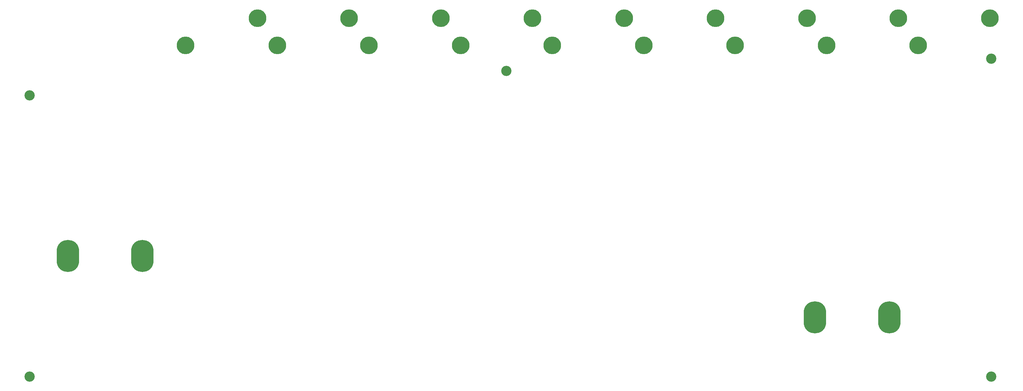
<source format=gts>
G04 #@! TF.GenerationSoftware,KiCad,Pcbnew,5.1.9+dfsg1-1*
G04 #@! TF.CreationDate,2022-03-05T11:28:07+01:00*
G04 #@! TF.ProjectId,Atari130MXPlate,41746172-6931-4333-904d-58506c617465,C.6*
G04 #@! TF.SameCoordinates,Original*
G04 #@! TF.FileFunction,Soldermask,Top*
G04 #@! TF.FilePolarity,Negative*
%FSLAX46Y46*%
G04 Gerber Fmt 4.6, Leading zero omitted, Abs format (unit mm)*
G04 Created by KiCad (PCBNEW 5.1.9+dfsg1-1) date 2022-03-05 11:28:07*
%MOMM*%
%LPD*%
G01*
G04 APERTURE LIST*
%ADD10C,5.500000*%
%ADD11O,7.000000X10.000000*%
%ADD12C,3.200000*%
G04 APERTURE END LIST*
D10*
X107870000Y-26740000D03*
X85470000Y-35240000D03*
X136445000Y-26740000D03*
X114045000Y-35240000D03*
X165020000Y-26740000D03*
X142620000Y-35240000D03*
X193595000Y-26740000D03*
X171195000Y-35240000D03*
X307670000Y-26740000D03*
X285270000Y-35240000D03*
X250670000Y-26740000D03*
X228270000Y-35240000D03*
X222170000Y-26740000D03*
X199770000Y-35240000D03*
X336170000Y-26740000D03*
X313770000Y-35240000D03*
X279170000Y-26740000D03*
X256770000Y-35240000D03*
D11*
X48810000Y-100860000D03*
X72010000Y-100860000D03*
X281595000Y-119960000D03*
X304795000Y-119960000D03*
D12*
X36830000Y-138430000D03*
X36830000Y-50800000D03*
X185420000Y-43180000D03*
X336550000Y-39370000D03*
X336550000Y-138430000D03*
M02*

</source>
